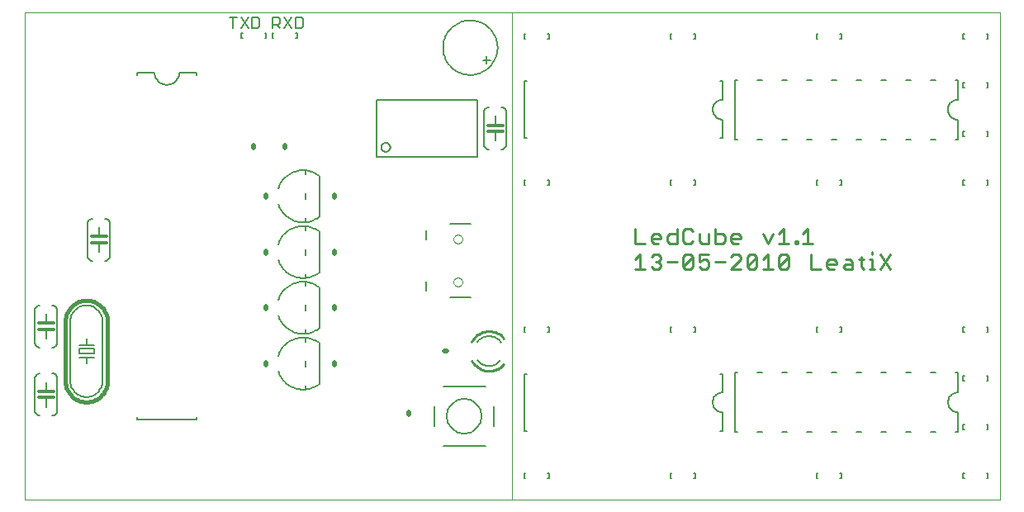
<source format=gto>
G75*
%MOIN*%
%OFA0B0*%
%FSLAX24Y24*%
%IPPOS*%
%LPD*%
%AMOC8*
5,1,8,0,0,1.08239X$1,22.5*
%
%ADD10C,0.0000*%
%ADD11C,0.0110*%
%ADD12C,0.0080*%
%ADD13C,0.0060*%
%ADD14C,0.0120*%
%ADD15C,0.0200*%
%ADD16C,0.0160*%
%ADD17C,0.0100*%
%ADD18C,0.0050*%
D10*
X000650Y000400D02*
X000650Y020085D01*
X020335Y020085D01*
X020335Y000400D01*
X040020Y000400D01*
X040020Y020085D01*
X020335Y020085D01*
X017973Y010924D02*
X017975Y010950D01*
X017981Y010976D01*
X017991Y011001D01*
X018004Y011024D01*
X018020Y011044D01*
X018040Y011062D01*
X018062Y011077D01*
X018085Y011089D01*
X018111Y011097D01*
X018137Y011101D01*
X018163Y011101D01*
X018189Y011097D01*
X018215Y011089D01*
X018239Y011077D01*
X018260Y011062D01*
X018280Y011044D01*
X018296Y011024D01*
X018309Y011001D01*
X018319Y010976D01*
X018325Y010950D01*
X018327Y010924D01*
X018325Y010898D01*
X018319Y010872D01*
X018309Y010847D01*
X018296Y010824D01*
X018280Y010804D01*
X018260Y010786D01*
X018238Y010771D01*
X018215Y010759D01*
X018189Y010751D01*
X018163Y010747D01*
X018137Y010747D01*
X018111Y010751D01*
X018085Y010759D01*
X018061Y010771D01*
X018040Y010786D01*
X018020Y010804D01*
X018004Y010824D01*
X017991Y010847D01*
X017981Y010872D01*
X017975Y010898D01*
X017973Y010924D01*
X017973Y009191D02*
X017975Y009217D01*
X017981Y009243D01*
X017991Y009268D01*
X018004Y009291D01*
X018020Y009311D01*
X018040Y009329D01*
X018062Y009344D01*
X018085Y009356D01*
X018111Y009364D01*
X018137Y009368D01*
X018163Y009368D01*
X018189Y009364D01*
X018215Y009356D01*
X018239Y009344D01*
X018260Y009329D01*
X018280Y009311D01*
X018296Y009291D01*
X018309Y009268D01*
X018319Y009243D01*
X018325Y009217D01*
X018327Y009191D01*
X018325Y009165D01*
X018319Y009139D01*
X018309Y009114D01*
X018296Y009091D01*
X018280Y009071D01*
X018260Y009053D01*
X018238Y009038D01*
X018215Y009026D01*
X018189Y009018D01*
X018163Y009014D01*
X018137Y009014D01*
X018111Y009018D01*
X018085Y009026D01*
X018061Y009038D01*
X018040Y009053D01*
X018020Y009071D01*
X018004Y009091D01*
X017991Y009114D01*
X017981Y009139D01*
X017975Y009165D01*
X017973Y009191D01*
X020335Y000400D02*
X000650Y000400D01*
D11*
X025306Y009705D02*
X025700Y009705D01*
X025503Y009705D02*
X025503Y010296D01*
X025306Y010099D01*
X025951Y010197D02*
X026049Y010296D01*
X026246Y010296D01*
X026344Y010197D01*
X026344Y010099D01*
X026246Y010000D01*
X026344Y009902D01*
X026344Y009803D01*
X026246Y009705D01*
X026049Y009705D01*
X025951Y009803D01*
X026148Y010000D02*
X026246Y010000D01*
X026595Y010000D02*
X026989Y010000D01*
X027240Y009803D02*
X027634Y010197D01*
X027634Y009803D01*
X027535Y009705D01*
X027338Y009705D01*
X027240Y009803D01*
X027240Y010197D01*
X027338Y010296D01*
X027535Y010296D01*
X027634Y010197D01*
X027884Y010296D02*
X027884Y010000D01*
X028081Y010099D01*
X028180Y010099D01*
X028278Y010000D01*
X028278Y009803D01*
X028180Y009705D01*
X027983Y009705D01*
X027884Y009803D01*
X028529Y010000D02*
X028923Y010000D01*
X029174Y010197D02*
X029272Y010296D01*
X029469Y010296D01*
X029567Y010197D01*
X029567Y010099D01*
X029174Y009705D01*
X029567Y009705D01*
X029818Y009803D02*
X030212Y010197D01*
X030212Y009803D01*
X030113Y009705D01*
X029917Y009705D01*
X029818Y009803D01*
X029818Y010197D01*
X029917Y010296D01*
X030113Y010296D01*
X030212Y010197D01*
X030463Y010099D02*
X030659Y010296D01*
X030659Y009705D01*
X030463Y009705D02*
X030856Y009705D01*
X031107Y009803D02*
X031501Y010197D01*
X031501Y009803D01*
X031402Y009705D01*
X031206Y009705D01*
X031107Y009803D01*
X031107Y010197D01*
X031206Y010296D01*
X031402Y010296D01*
X031501Y010197D01*
X032396Y010296D02*
X032396Y009705D01*
X032790Y009705D01*
X033041Y009803D02*
X033041Y010000D01*
X033139Y010099D01*
X033336Y010099D01*
X033435Y010000D01*
X033435Y009902D01*
X033041Y009902D01*
X033041Y009803D02*
X033139Y009705D01*
X033336Y009705D01*
X033685Y009803D02*
X033784Y009902D01*
X034079Y009902D01*
X034079Y010000D02*
X034079Y009705D01*
X033784Y009705D01*
X033685Y009803D01*
X033981Y010099D02*
X034079Y010000D01*
X033981Y010099D02*
X033784Y010099D01*
X034330Y010099D02*
X034527Y010099D01*
X034428Y010197D02*
X034428Y009803D01*
X034527Y009705D01*
X034760Y009705D02*
X034956Y009705D01*
X034858Y009705D02*
X034858Y010099D01*
X034760Y010099D01*
X034858Y010296D02*
X034858Y010394D01*
X035189Y010296D02*
X035583Y009705D01*
X035189Y009705D02*
X035583Y010296D01*
X032468Y010755D02*
X032074Y010755D01*
X032271Y010755D02*
X032271Y011346D01*
X032074Y011149D01*
X031850Y010853D02*
X031752Y010853D01*
X031752Y010755D01*
X031850Y010755D01*
X031850Y010853D01*
X031501Y010755D02*
X031107Y010755D01*
X031304Y010755D02*
X031304Y011346D01*
X031107Y011149D01*
X030856Y011149D02*
X030659Y010755D01*
X030463Y011149D01*
X029567Y011050D02*
X029567Y010952D01*
X029174Y010952D01*
X029174Y011050D02*
X029272Y011149D01*
X029469Y011149D01*
X029567Y011050D01*
X029469Y010755D02*
X029272Y010755D01*
X029174Y010853D01*
X029174Y011050D01*
X028923Y011050D02*
X028923Y010853D01*
X028824Y010755D01*
X028529Y010755D01*
X028529Y011346D01*
X028529Y011149D02*
X028824Y011149D01*
X028923Y011050D01*
X028278Y011149D02*
X028278Y010755D01*
X027983Y010755D01*
X027884Y010853D01*
X027884Y011149D01*
X027634Y011247D02*
X027535Y011346D01*
X027338Y011346D01*
X027240Y011247D01*
X027240Y010853D01*
X027338Y010755D01*
X027535Y010755D01*
X027634Y010853D01*
X027884Y010296D02*
X028278Y010296D01*
X026989Y010755D02*
X026694Y010755D01*
X026595Y010853D01*
X026595Y011050D01*
X026694Y011149D01*
X026989Y011149D01*
X026989Y011346D02*
X026989Y010755D01*
X026344Y010952D02*
X025951Y010952D01*
X025951Y011050D02*
X026049Y011149D01*
X026246Y011149D01*
X026344Y011050D01*
X026344Y010952D01*
X026246Y010755D02*
X026049Y010755D01*
X025951Y010853D01*
X025951Y011050D01*
X025700Y010755D02*
X025306Y010755D01*
X025306Y011346D01*
D12*
X018662Y011554D02*
X017835Y011554D01*
X016851Y011278D02*
X016851Y010924D01*
X016851Y009191D02*
X016851Y008837D01*
X017835Y008561D02*
X018662Y008561D01*
X020835Y005487D02*
X020935Y005487D01*
X020835Y005487D02*
X020835Y003187D01*
X020935Y003187D01*
X019600Y003375D02*
X019600Y004168D01*
X017700Y003775D02*
X017702Y003827D01*
X017708Y003879D01*
X017718Y003931D01*
X017731Y003981D01*
X017748Y004031D01*
X017769Y004079D01*
X017794Y004125D01*
X017822Y004169D01*
X017853Y004211D01*
X017887Y004251D01*
X017924Y004288D01*
X017964Y004322D01*
X018006Y004353D01*
X018050Y004381D01*
X018096Y004406D01*
X018144Y004427D01*
X018194Y004444D01*
X018244Y004457D01*
X018296Y004467D01*
X018348Y004473D01*
X018400Y004475D01*
X018452Y004473D01*
X018504Y004467D01*
X018556Y004457D01*
X018606Y004444D01*
X018656Y004427D01*
X018704Y004406D01*
X018750Y004381D01*
X018794Y004353D01*
X018836Y004322D01*
X018876Y004288D01*
X018913Y004251D01*
X018947Y004211D01*
X018978Y004169D01*
X019006Y004125D01*
X019031Y004079D01*
X019052Y004031D01*
X019069Y003981D01*
X019082Y003931D01*
X019092Y003879D01*
X019098Y003827D01*
X019100Y003775D01*
X019098Y003723D01*
X019092Y003671D01*
X019082Y003619D01*
X019069Y003569D01*
X019052Y003519D01*
X019031Y003471D01*
X019006Y003425D01*
X018978Y003381D01*
X018947Y003339D01*
X018913Y003299D01*
X018876Y003262D01*
X018836Y003228D01*
X018794Y003197D01*
X018750Y003169D01*
X018704Y003144D01*
X018656Y003123D01*
X018606Y003106D01*
X018556Y003093D01*
X018504Y003083D01*
X018452Y003077D01*
X018400Y003075D01*
X018348Y003077D01*
X018296Y003083D01*
X018244Y003093D01*
X018194Y003106D01*
X018144Y003123D01*
X018096Y003144D01*
X018050Y003169D01*
X018006Y003197D01*
X017964Y003228D01*
X017924Y003262D01*
X017887Y003299D01*
X017853Y003339D01*
X017822Y003381D01*
X017794Y003425D01*
X017769Y003471D01*
X017748Y003519D01*
X017731Y003569D01*
X017718Y003619D01*
X017708Y003671D01*
X017702Y003723D01*
X017700Y003775D01*
X017200Y003375D02*
X017200Y004180D01*
X017550Y004975D02*
X019250Y004975D01*
X019250Y002575D02*
X017550Y002575D01*
X007600Y003650D02*
X007600Y003750D01*
X007600Y003650D02*
X005200Y003650D01*
X005200Y003750D01*
X020835Y014998D02*
X020935Y014998D01*
X020835Y014998D02*
X020835Y017298D01*
X020935Y017298D01*
X028735Y017298D02*
X028835Y017298D01*
X028835Y016548D01*
X028796Y016546D01*
X028757Y016540D01*
X028719Y016531D01*
X028682Y016518D01*
X028646Y016501D01*
X028613Y016481D01*
X028581Y016457D01*
X028552Y016431D01*
X028526Y016402D01*
X028502Y016370D01*
X028482Y016337D01*
X028465Y016301D01*
X028452Y016264D01*
X028443Y016226D01*
X028437Y016187D01*
X028435Y016148D01*
X028437Y016109D01*
X028443Y016070D01*
X028452Y016032D01*
X028465Y015995D01*
X028482Y015959D01*
X028502Y015926D01*
X028526Y015894D01*
X028552Y015865D01*
X028581Y015839D01*
X028613Y015815D01*
X028646Y015795D01*
X028682Y015778D01*
X028719Y015765D01*
X028757Y015756D01*
X028796Y015750D01*
X028835Y015748D01*
X028835Y014998D01*
X028735Y014998D01*
X029319Y014948D02*
X029419Y014948D01*
X029319Y014948D02*
X029319Y017348D01*
X029419Y017348D01*
X030219Y017348D02*
X030419Y017348D01*
X031219Y017348D02*
X031419Y017348D01*
X032219Y017348D02*
X032419Y017348D01*
X033219Y017348D02*
X033419Y017348D01*
X034219Y017348D02*
X034419Y017348D01*
X035219Y017348D02*
X035419Y017348D01*
X036219Y017348D02*
X036419Y017348D01*
X037219Y017348D02*
X037419Y017348D01*
X038219Y017348D02*
X038319Y017348D01*
X038319Y016548D01*
X038280Y016546D01*
X038241Y016540D01*
X038203Y016531D01*
X038166Y016518D01*
X038130Y016501D01*
X038097Y016481D01*
X038065Y016457D01*
X038036Y016431D01*
X038010Y016402D01*
X037986Y016370D01*
X037966Y016337D01*
X037949Y016301D01*
X037936Y016264D01*
X037927Y016226D01*
X037921Y016187D01*
X037919Y016148D01*
X037921Y016109D01*
X037927Y016070D01*
X037936Y016032D01*
X037949Y015995D01*
X037966Y015959D01*
X037986Y015926D01*
X038010Y015894D01*
X038036Y015865D01*
X038065Y015839D01*
X038097Y015815D01*
X038130Y015795D01*
X038166Y015778D01*
X038203Y015765D01*
X038241Y015756D01*
X038280Y015750D01*
X038319Y015748D01*
X038319Y014948D01*
X038219Y014948D01*
X037419Y014948D02*
X037219Y014948D01*
X036419Y014948D02*
X036219Y014948D01*
X035419Y014948D02*
X035219Y014948D01*
X034419Y014948D02*
X034219Y014948D01*
X033419Y014948D02*
X033219Y014948D01*
X032419Y014948D02*
X032219Y014948D01*
X031419Y014948D02*
X031219Y014948D01*
X030419Y014948D02*
X030219Y014948D01*
X030235Y005537D02*
X030435Y005537D01*
X031235Y005537D02*
X031435Y005537D01*
X032235Y005537D02*
X032435Y005537D01*
X033235Y005537D02*
X033435Y005537D01*
X034235Y005537D02*
X034435Y005537D01*
X035235Y005537D02*
X035435Y005537D01*
X036235Y005537D02*
X036435Y005537D01*
X037235Y005537D02*
X037435Y005537D01*
X038235Y005537D02*
X038335Y005537D01*
X038335Y004737D01*
X038296Y004735D01*
X038257Y004729D01*
X038219Y004720D01*
X038182Y004707D01*
X038146Y004690D01*
X038113Y004670D01*
X038081Y004646D01*
X038052Y004620D01*
X038026Y004591D01*
X038002Y004559D01*
X037982Y004526D01*
X037965Y004490D01*
X037952Y004453D01*
X037943Y004415D01*
X037937Y004376D01*
X037935Y004337D01*
X037937Y004298D01*
X037943Y004259D01*
X037952Y004221D01*
X037965Y004184D01*
X037982Y004148D01*
X038002Y004115D01*
X038026Y004083D01*
X038052Y004054D01*
X038081Y004028D01*
X038113Y004004D01*
X038146Y003984D01*
X038182Y003967D01*
X038219Y003954D01*
X038257Y003945D01*
X038296Y003939D01*
X038335Y003937D01*
X038335Y003137D01*
X038235Y003137D01*
X037435Y003137D02*
X037235Y003137D01*
X036435Y003137D02*
X036235Y003137D01*
X035435Y003137D02*
X035235Y003137D01*
X034435Y003137D02*
X034235Y003137D01*
X033435Y003137D02*
X033235Y003137D01*
X032435Y003137D02*
X032235Y003137D01*
X031435Y003137D02*
X031235Y003137D01*
X030435Y003137D02*
X030235Y003137D01*
X029435Y003137D02*
X029335Y003137D01*
X029335Y005537D01*
X029435Y005537D01*
X028835Y005487D02*
X028735Y005487D01*
X028835Y005487D02*
X028835Y004737D01*
X028796Y004735D01*
X028757Y004729D01*
X028719Y004720D01*
X028682Y004707D01*
X028646Y004690D01*
X028613Y004670D01*
X028581Y004646D01*
X028552Y004620D01*
X028526Y004591D01*
X028502Y004559D01*
X028482Y004526D01*
X028465Y004490D01*
X028452Y004453D01*
X028443Y004415D01*
X028437Y004376D01*
X028435Y004337D01*
X028437Y004298D01*
X028443Y004259D01*
X028452Y004221D01*
X028465Y004184D01*
X028482Y004148D01*
X028502Y004115D01*
X028526Y004083D01*
X028552Y004054D01*
X028581Y004028D01*
X028613Y004004D01*
X028646Y003984D01*
X028682Y003967D01*
X028719Y003954D01*
X028757Y003945D01*
X028796Y003939D01*
X028835Y003937D01*
X028835Y003187D01*
X028735Y003187D01*
X007600Y017550D02*
X007600Y017650D01*
X006900Y017650D01*
X006898Y017606D01*
X006892Y017563D01*
X006883Y017521D01*
X006870Y017479D01*
X006853Y017439D01*
X006833Y017400D01*
X006810Y017363D01*
X006783Y017329D01*
X006754Y017296D01*
X006721Y017267D01*
X006687Y017240D01*
X006650Y017217D01*
X006611Y017197D01*
X006571Y017180D01*
X006529Y017167D01*
X006487Y017158D01*
X006444Y017152D01*
X006400Y017150D01*
X006356Y017152D01*
X006313Y017158D01*
X006271Y017167D01*
X006229Y017180D01*
X006189Y017197D01*
X006150Y017217D01*
X006113Y017240D01*
X006079Y017267D01*
X006046Y017296D01*
X006017Y017329D01*
X005990Y017363D01*
X005967Y017400D01*
X005947Y017439D01*
X005930Y017479D01*
X005917Y017521D01*
X005908Y017563D01*
X005902Y017606D01*
X005900Y017650D01*
X005200Y017650D01*
X005200Y017550D01*
D13*
X009400Y019050D02*
X009450Y019050D01*
X009400Y019050D02*
X009400Y019250D01*
X009450Y019250D01*
X010350Y019250D02*
X010400Y019250D01*
X010400Y019050D01*
X010350Y019050D01*
X010650Y019050D02*
X010650Y019250D01*
X010700Y019250D01*
X010700Y019050D02*
X010650Y019050D01*
X011600Y019050D02*
X011650Y019050D01*
X011650Y019250D01*
X011600Y019250D01*
X014853Y016552D02*
X014853Y014248D01*
X018947Y014248D01*
X018947Y016552D01*
X014853Y016552D01*
X015056Y014632D02*
X015058Y014658D01*
X015064Y014684D01*
X015073Y014709D01*
X015086Y014732D01*
X015102Y014753D01*
X015121Y014771D01*
X015143Y014787D01*
X015166Y014799D01*
X015191Y014807D01*
X015217Y014812D01*
X015244Y014813D01*
X015270Y014810D01*
X015295Y014803D01*
X015320Y014793D01*
X015342Y014779D01*
X015363Y014762D01*
X015380Y014743D01*
X015395Y014721D01*
X015406Y014697D01*
X015414Y014671D01*
X015418Y014645D01*
X015418Y014619D01*
X015414Y014593D01*
X015406Y014567D01*
X015395Y014543D01*
X015380Y014521D01*
X015363Y014502D01*
X015342Y014485D01*
X015320Y014471D01*
X015295Y014461D01*
X015270Y014454D01*
X015244Y014451D01*
X015217Y014452D01*
X015191Y014457D01*
X015166Y014465D01*
X015143Y014477D01*
X015121Y014493D01*
X015102Y014511D01*
X015086Y014532D01*
X015073Y014555D01*
X015064Y014580D01*
X015058Y014606D01*
X015056Y014632D01*
X019200Y014750D02*
X019200Y016050D01*
X019202Y016076D01*
X019207Y016102D01*
X019215Y016127D01*
X019227Y016150D01*
X019241Y016172D01*
X019259Y016191D01*
X019278Y016209D01*
X019300Y016223D01*
X019323Y016235D01*
X019348Y016243D01*
X019374Y016248D01*
X019400Y016250D01*
X019900Y016250D02*
X019926Y016248D01*
X019952Y016243D01*
X019977Y016235D01*
X020000Y016223D01*
X020022Y016209D01*
X020041Y016191D01*
X020059Y016172D01*
X020073Y016150D01*
X020085Y016127D01*
X020093Y016102D01*
X020098Y016076D01*
X020100Y016050D01*
X020100Y014750D01*
X020098Y014724D01*
X020093Y014698D01*
X020085Y014673D01*
X020073Y014650D01*
X020059Y014628D01*
X020041Y014609D01*
X020022Y014591D01*
X020000Y014577D01*
X019977Y014565D01*
X019952Y014557D01*
X019926Y014552D01*
X019900Y014550D01*
X019400Y014550D02*
X019374Y014552D01*
X019348Y014557D01*
X019323Y014565D01*
X019300Y014577D01*
X019278Y014591D01*
X019259Y014609D01*
X019241Y014628D01*
X019227Y014650D01*
X019215Y014673D01*
X019207Y014698D01*
X019202Y014724D01*
X019200Y014750D01*
X019650Y014900D02*
X019650Y015270D01*
X019650Y015520D02*
X019650Y015900D01*
X019300Y018000D02*
X019300Y018150D01*
X019150Y018150D01*
X019300Y018150D02*
X019300Y018300D01*
X019300Y018150D02*
X019450Y018150D01*
X017550Y018650D02*
X017552Y018716D01*
X017558Y018781D01*
X017568Y018846D01*
X017581Y018911D01*
X017599Y018974D01*
X017620Y019037D01*
X017645Y019097D01*
X017674Y019157D01*
X017706Y019214D01*
X017741Y019270D01*
X017780Y019323D01*
X017822Y019374D01*
X017866Y019422D01*
X017914Y019467D01*
X017964Y019510D01*
X018017Y019549D01*
X018072Y019586D01*
X018129Y019619D01*
X018188Y019648D01*
X018248Y019674D01*
X018310Y019696D01*
X018373Y019715D01*
X018437Y019729D01*
X018502Y019740D01*
X018568Y019747D01*
X018634Y019750D01*
X018699Y019749D01*
X018765Y019744D01*
X018830Y019735D01*
X018895Y019722D01*
X018958Y019706D01*
X019021Y019686D01*
X019082Y019661D01*
X019142Y019634D01*
X019200Y019603D01*
X019256Y019568D01*
X019310Y019530D01*
X019361Y019489D01*
X019410Y019445D01*
X019456Y019398D01*
X019500Y019349D01*
X019540Y019297D01*
X019577Y019242D01*
X019611Y019186D01*
X019641Y019127D01*
X019668Y019067D01*
X019691Y019006D01*
X019710Y018943D01*
X019726Y018879D01*
X019738Y018814D01*
X019746Y018749D01*
X019750Y018683D01*
X019750Y018617D01*
X019746Y018551D01*
X019738Y018486D01*
X019726Y018421D01*
X019710Y018357D01*
X019691Y018294D01*
X019668Y018233D01*
X019641Y018173D01*
X019611Y018114D01*
X019577Y018058D01*
X019540Y018003D01*
X019500Y017951D01*
X019456Y017902D01*
X019410Y017855D01*
X019361Y017811D01*
X019310Y017770D01*
X019256Y017732D01*
X019200Y017697D01*
X019142Y017666D01*
X019082Y017639D01*
X019021Y017614D01*
X018958Y017594D01*
X018895Y017578D01*
X018830Y017565D01*
X018765Y017556D01*
X018699Y017551D01*
X018634Y017550D01*
X018568Y017553D01*
X018502Y017560D01*
X018437Y017571D01*
X018373Y017585D01*
X018310Y017604D01*
X018248Y017626D01*
X018188Y017652D01*
X018129Y017681D01*
X018072Y017714D01*
X018017Y017751D01*
X017964Y017790D01*
X017914Y017833D01*
X017866Y017878D01*
X017822Y017926D01*
X017780Y017977D01*
X017741Y018030D01*
X017706Y018086D01*
X017674Y018143D01*
X017645Y018203D01*
X017620Y018263D01*
X017599Y018326D01*
X017581Y018389D01*
X017568Y018454D01*
X017558Y018519D01*
X017552Y018584D01*
X017550Y018650D01*
X020819Y019001D02*
X020869Y019001D01*
X020819Y019001D02*
X020819Y019201D01*
X020869Y019201D01*
X021769Y019201D02*
X021819Y019201D01*
X021819Y019001D01*
X021769Y019001D01*
X026725Y019001D02*
X026775Y019001D01*
X026725Y019001D02*
X026725Y019201D01*
X026775Y019201D01*
X027675Y019201D02*
X027725Y019201D01*
X027725Y019001D01*
X027675Y019001D01*
X032630Y019001D02*
X032680Y019001D01*
X032630Y019001D02*
X032630Y019201D01*
X032680Y019201D01*
X033580Y019201D02*
X033630Y019201D01*
X033630Y019001D01*
X033580Y019001D01*
X038536Y019001D02*
X038586Y019001D01*
X038536Y019001D02*
X038536Y019201D01*
X038586Y019201D01*
X039486Y019201D02*
X039536Y019201D01*
X039536Y019001D01*
X039486Y019001D01*
X039536Y017232D02*
X039486Y017232D01*
X039536Y017232D02*
X039536Y017032D01*
X039486Y017032D01*
X038586Y017032D02*
X038536Y017032D01*
X038536Y017232D01*
X038586Y017232D01*
X038536Y015264D02*
X038586Y015264D01*
X038536Y015264D02*
X038536Y015064D01*
X038586Y015064D01*
X039486Y015064D02*
X039536Y015064D01*
X039536Y015264D01*
X039486Y015264D01*
X039536Y013295D02*
X039486Y013295D01*
X039536Y013295D02*
X039536Y013095D01*
X039486Y013095D01*
X038586Y013095D02*
X038536Y013095D01*
X038536Y013295D01*
X038586Y013295D01*
X033630Y013295D02*
X033630Y013095D01*
X033580Y013095D01*
X033580Y013295D02*
X033630Y013295D01*
X032680Y013295D02*
X032630Y013295D01*
X032630Y013095D01*
X032680Y013095D01*
X027725Y013095D02*
X027675Y013095D01*
X027725Y013095D02*
X027725Y013295D01*
X027675Y013295D01*
X026775Y013295D02*
X026725Y013295D01*
X026725Y013095D01*
X026775Y013095D01*
X021819Y013095D02*
X021769Y013095D01*
X021819Y013095D02*
X021819Y013295D01*
X021769Y013295D01*
X020869Y013295D02*
X020819Y013295D01*
X020819Y013095D01*
X020869Y013095D01*
X020819Y007390D02*
X020869Y007390D01*
X020819Y007390D02*
X020819Y007190D01*
X020869Y007190D01*
X021769Y007190D02*
X021819Y007190D01*
X021819Y007390D01*
X021769Y007390D01*
X019400Y005804D02*
X019355Y005806D01*
X019309Y005811D01*
X019265Y005819D01*
X019221Y005831D01*
X019178Y005847D01*
X019136Y005865D01*
X019096Y005887D01*
X019058Y005911D01*
X019022Y005938D01*
X018987Y005968D01*
X018956Y006001D01*
X018926Y006036D01*
X019400Y007004D02*
X019447Y007002D01*
X019495Y006996D01*
X019541Y006987D01*
X019587Y006974D01*
X019631Y006958D01*
X019675Y006937D01*
X019716Y006914D01*
X019755Y006888D01*
X019792Y006858D01*
X019827Y006825D01*
X019859Y006790D01*
X019888Y006753D01*
X019400Y007004D02*
X019354Y007002D01*
X019308Y006997D01*
X019262Y006988D01*
X019217Y006976D01*
X019174Y006960D01*
X019132Y006941D01*
X019091Y006918D01*
X019052Y006893D01*
X019016Y006865D01*
X018981Y006834D01*
X018949Y006800D01*
X018920Y006764D01*
X019400Y005804D02*
X019445Y005806D01*
X019491Y005811D01*
X019535Y005819D01*
X019579Y005831D01*
X019622Y005847D01*
X019664Y005865D01*
X019704Y005887D01*
X019742Y005911D01*
X019778Y005938D01*
X019813Y005968D01*
X019844Y006001D01*
X019874Y006036D01*
X026725Y007190D02*
X026775Y007190D01*
X026725Y007190D02*
X026725Y007390D01*
X026775Y007390D01*
X027675Y007390D02*
X027725Y007390D01*
X027725Y007190D01*
X027675Y007190D01*
X032630Y007190D02*
X032680Y007190D01*
X032630Y007190D02*
X032630Y007390D01*
X032680Y007390D01*
X033580Y007390D02*
X033630Y007390D01*
X033630Y007190D01*
X033580Y007190D01*
X038536Y007190D02*
X038586Y007190D01*
X038536Y007190D02*
X038536Y007390D01*
X038586Y007390D01*
X039486Y007390D02*
X039536Y007390D01*
X039536Y007190D01*
X039486Y007190D01*
X039536Y005421D02*
X039486Y005421D01*
X039536Y005421D02*
X039536Y005221D01*
X039486Y005221D01*
X038586Y005221D02*
X038536Y005221D01*
X038536Y005421D01*
X038586Y005421D01*
X038536Y003453D02*
X038586Y003453D01*
X038536Y003453D02*
X038536Y003253D01*
X038586Y003253D01*
X039486Y003253D02*
X039536Y003253D01*
X039536Y003453D01*
X039486Y003453D01*
X039536Y001484D02*
X039486Y001484D01*
X039536Y001484D02*
X039536Y001284D01*
X039486Y001284D01*
X038586Y001284D02*
X038536Y001284D01*
X038536Y001484D01*
X038586Y001484D01*
X033630Y001484D02*
X033630Y001284D01*
X033580Y001284D01*
X033580Y001484D02*
X033630Y001484D01*
X032680Y001484D02*
X032630Y001484D01*
X032630Y001284D01*
X032680Y001284D01*
X027725Y001284D02*
X027675Y001284D01*
X027725Y001284D02*
X027725Y001484D01*
X027675Y001484D01*
X026775Y001484D02*
X026725Y001484D01*
X026725Y001284D01*
X026775Y001284D01*
X021819Y001284D02*
X021769Y001284D01*
X021819Y001284D02*
X021819Y001484D01*
X021769Y001484D01*
X020869Y001484D02*
X020819Y001484D01*
X020819Y001284D01*
X020869Y001284D01*
X003800Y005200D02*
X003800Y007600D01*
X003798Y007650D01*
X003792Y007699D01*
X003783Y007748D01*
X003770Y007796D01*
X003753Y007843D01*
X003733Y007888D01*
X003709Y007932D01*
X003682Y007974D01*
X003651Y008014D01*
X003618Y008051D01*
X003582Y008085D01*
X003544Y008117D01*
X003503Y008146D01*
X003461Y008171D01*
X003416Y008193D01*
X003370Y008212D01*
X003322Y008227D01*
X003274Y008238D01*
X003225Y008246D01*
X003175Y008250D01*
X003125Y008250D01*
X003075Y008246D01*
X003026Y008238D01*
X002978Y008227D01*
X002930Y008212D01*
X002884Y008193D01*
X002839Y008171D01*
X002797Y008146D01*
X002756Y008117D01*
X002718Y008085D01*
X002682Y008051D01*
X002649Y008014D01*
X002618Y007974D01*
X002591Y007932D01*
X002567Y007888D01*
X002547Y007843D01*
X002530Y007796D01*
X002517Y007748D01*
X002508Y007699D01*
X002502Y007650D01*
X002500Y007600D01*
X002500Y005200D01*
X002502Y005150D01*
X002508Y005101D01*
X002517Y005052D01*
X002530Y005004D01*
X002547Y004957D01*
X002567Y004912D01*
X002591Y004868D01*
X002618Y004826D01*
X002649Y004786D01*
X002682Y004749D01*
X002718Y004715D01*
X002756Y004683D01*
X002797Y004654D01*
X002839Y004629D01*
X002884Y004607D01*
X002930Y004588D01*
X002978Y004573D01*
X003026Y004562D01*
X003075Y004554D01*
X003125Y004550D01*
X003175Y004550D01*
X003225Y004554D01*
X003274Y004562D01*
X003322Y004573D01*
X003370Y004588D01*
X003416Y004607D01*
X003461Y004629D01*
X003503Y004654D01*
X003544Y004683D01*
X003582Y004715D01*
X003618Y004749D01*
X003651Y004786D01*
X003682Y004826D01*
X003709Y004868D01*
X003733Y004912D01*
X003753Y004957D01*
X003770Y005004D01*
X003783Y005052D01*
X003792Y005101D01*
X003798Y005150D01*
X003800Y005200D01*
X003150Y005900D02*
X003150Y006150D01*
X003450Y006150D01*
X003450Y006300D02*
X002850Y006300D01*
X002850Y006500D01*
X003450Y006500D01*
X003450Y006300D01*
X003150Y006150D02*
X002850Y006150D01*
X002850Y006650D02*
X003150Y006650D01*
X003150Y006900D01*
X003150Y006650D02*
X003450Y006650D01*
X001975Y006750D02*
X001975Y008050D01*
X001973Y008076D01*
X001968Y008102D01*
X001960Y008127D01*
X001948Y008150D01*
X001934Y008172D01*
X001916Y008191D01*
X001897Y008209D01*
X001875Y008223D01*
X001852Y008235D01*
X001827Y008243D01*
X001801Y008248D01*
X001775Y008250D01*
X001275Y008250D02*
X001249Y008248D01*
X001223Y008243D01*
X001198Y008235D01*
X001175Y008223D01*
X001153Y008209D01*
X001134Y008191D01*
X001116Y008172D01*
X001102Y008150D01*
X001090Y008127D01*
X001082Y008102D01*
X001077Y008076D01*
X001075Y008050D01*
X001075Y006750D01*
X001077Y006724D01*
X001082Y006698D01*
X001090Y006673D01*
X001102Y006650D01*
X001116Y006628D01*
X001134Y006609D01*
X001153Y006591D01*
X001175Y006577D01*
X001198Y006565D01*
X001223Y006557D01*
X001249Y006552D01*
X001275Y006550D01*
X001775Y006550D02*
X001801Y006552D01*
X001827Y006557D01*
X001852Y006565D01*
X001875Y006577D01*
X001897Y006591D01*
X001916Y006609D01*
X001934Y006628D01*
X001948Y006650D01*
X001960Y006673D01*
X001968Y006698D01*
X001973Y006724D01*
X001975Y006750D01*
X001525Y006900D02*
X001525Y007280D01*
X001525Y007530D02*
X001525Y007900D01*
X003200Y010250D02*
X003200Y011550D01*
X003202Y011576D01*
X003207Y011602D01*
X003215Y011627D01*
X003227Y011650D01*
X003241Y011672D01*
X003259Y011691D01*
X003278Y011709D01*
X003300Y011723D01*
X003323Y011735D01*
X003348Y011743D01*
X003374Y011748D01*
X003400Y011750D01*
X003900Y011750D02*
X003926Y011748D01*
X003952Y011743D01*
X003977Y011735D01*
X004000Y011723D01*
X004022Y011709D01*
X004041Y011691D01*
X004059Y011672D01*
X004073Y011650D01*
X004085Y011627D01*
X004093Y011602D01*
X004098Y011576D01*
X004100Y011550D01*
X004100Y010250D01*
X004098Y010224D01*
X004093Y010198D01*
X004085Y010173D01*
X004073Y010150D01*
X004059Y010128D01*
X004041Y010109D01*
X004022Y010091D01*
X004000Y010077D01*
X003977Y010065D01*
X003952Y010057D01*
X003926Y010052D01*
X003900Y010050D01*
X003400Y010050D02*
X003374Y010052D01*
X003348Y010057D01*
X003323Y010065D01*
X003300Y010077D01*
X003278Y010091D01*
X003259Y010109D01*
X003241Y010128D01*
X003227Y010150D01*
X003215Y010173D01*
X003207Y010198D01*
X003202Y010224D01*
X003200Y010250D01*
X003650Y010400D02*
X003650Y010780D01*
X003650Y011030D02*
X003650Y011400D01*
X001975Y005300D02*
X001975Y004000D01*
X001973Y003974D01*
X001968Y003948D01*
X001960Y003923D01*
X001948Y003900D01*
X001934Y003878D01*
X001916Y003859D01*
X001897Y003841D01*
X001875Y003827D01*
X001852Y003815D01*
X001827Y003807D01*
X001801Y003802D01*
X001775Y003800D01*
X001275Y003800D02*
X001249Y003802D01*
X001223Y003807D01*
X001198Y003815D01*
X001175Y003827D01*
X001153Y003841D01*
X001134Y003859D01*
X001116Y003878D01*
X001102Y003900D01*
X001090Y003923D01*
X001082Y003948D01*
X001077Y003974D01*
X001075Y004000D01*
X001075Y005300D01*
X001077Y005326D01*
X001082Y005352D01*
X001090Y005377D01*
X001102Y005400D01*
X001116Y005422D01*
X001134Y005441D01*
X001153Y005459D01*
X001175Y005473D01*
X001198Y005485D01*
X001223Y005493D01*
X001249Y005498D01*
X001275Y005500D01*
X001525Y005150D02*
X001525Y004780D01*
X001525Y004530D02*
X001525Y004150D01*
X001975Y005300D02*
X001973Y005326D01*
X001968Y005352D01*
X001960Y005377D01*
X001948Y005400D01*
X001934Y005422D01*
X001916Y005441D01*
X001897Y005459D01*
X001875Y005473D01*
X001852Y005485D01*
X001827Y005493D01*
X001801Y005498D01*
X001775Y005500D01*
D14*
X001825Y004780D02*
X001525Y004780D01*
X001225Y004780D01*
X001225Y004530D02*
X001525Y004530D01*
X001825Y004530D01*
X001825Y007280D02*
X001525Y007280D01*
X001225Y007280D01*
X001225Y007530D02*
X001525Y007530D01*
X001825Y007530D01*
X003350Y010780D02*
X003650Y010780D01*
X003950Y010780D01*
X003950Y011030D02*
X003650Y011030D01*
X003350Y011030D01*
X019350Y015270D02*
X019650Y015270D01*
X019950Y015270D01*
X019950Y015520D02*
X019650Y015520D01*
X019350Y015520D01*
D15*
X013150Y012700D02*
X013150Y012600D01*
X010400Y012600D02*
X010400Y012700D01*
X009900Y014600D02*
X009900Y014700D01*
X011150Y014700D02*
X011150Y014600D01*
X010400Y010450D02*
X010400Y010350D01*
X013150Y010350D02*
X013150Y010450D01*
X013150Y008200D02*
X013150Y008100D01*
X010400Y008100D02*
X010400Y008200D01*
X010400Y005950D02*
X010400Y005850D01*
X013150Y005850D02*
X013150Y005950D01*
X016150Y003950D02*
X016150Y003850D01*
X017600Y006404D02*
X017700Y006404D01*
D16*
X004000Y005200D02*
X004000Y007600D01*
X003998Y007657D01*
X003992Y007713D01*
X003983Y007769D01*
X003970Y007825D01*
X003953Y007879D01*
X003933Y007932D01*
X003909Y007983D01*
X003881Y008033D01*
X003851Y008081D01*
X003817Y008127D01*
X003780Y008170D01*
X003741Y008211D01*
X003699Y008249D01*
X003654Y008284D01*
X003607Y008316D01*
X003558Y008345D01*
X003508Y008371D01*
X003455Y008393D01*
X003402Y008412D01*
X003347Y008427D01*
X003291Y008438D01*
X003235Y008446D01*
X003178Y008450D01*
X003122Y008450D01*
X003065Y008446D01*
X003009Y008438D01*
X002953Y008427D01*
X002898Y008412D01*
X002845Y008393D01*
X002792Y008371D01*
X002742Y008345D01*
X002693Y008316D01*
X002646Y008284D01*
X002601Y008249D01*
X002559Y008211D01*
X002520Y008170D01*
X002483Y008127D01*
X002449Y008081D01*
X002419Y008033D01*
X002391Y007983D01*
X002367Y007932D01*
X002347Y007879D01*
X002330Y007825D01*
X002317Y007769D01*
X002308Y007713D01*
X002302Y007657D01*
X002300Y007600D01*
X002300Y005200D01*
X002302Y005143D01*
X002308Y005087D01*
X002317Y005031D01*
X002330Y004975D01*
X002347Y004921D01*
X002367Y004868D01*
X002391Y004817D01*
X002419Y004767D01*
X002449Y004719D01*
X002483Y004673D01*
X002520Y004630D01*
X002559Y004589D01*
X002601Y004551D01*
X002646Y004516D01*
X002693Y004484D01*
X002742Y004455D01*
X002792Y004429D01*
X002845Y004407D01*
X002898Y004388D01*
X002953Y004373D01*
X003009Y004362D01*
X003065Y004354D01*
X003122Y004350D01*
X003178Y004350D01*
X003235Y004354D01*
X003291Y004362D01*
X003347Y004373D01*
X003402Y004388D01*
X003455Y004407D01*
X003508Y004429D01*
X003558Y004455D01*
X003607Y004484D01*
X003654Y004516D01*
X003699Y004551D01*
X003741Y004589D01*
X003780Y004630D01*
X003817Y004673D01*
X003851Y004719D01*
X003881Y004767D01*
X003909Y004817D01*
X003933Y004868D01*
X003953Y004921D01*
X003970Y004975D01*
X003983Y005031D01*
X003992Y005087D01*
X003998Y005143D01*
X004000Y005200D01*
D17*
X018705Y006007D02*
X018735Y005959D01*
X018768Y005914D01*
X018804Y005871D01*
X018842Y005830D01*
X018884Y005793D01*
X018928Y005758D01*
X018974Y005727D01*
X019023Y005698D01*
X019073Y005674D01*
X019125Y005653D01*
X019179Y005635D01*
X019233Y005622D01*
X019288Y005612D01*
X019344Y005606D01*
X019400Y005604D01*
X018694Y006780D02*
X018721Y006827D01*
X018751Y006872D01*
X018784Y006915D01*
X018820Y006955D01*
X018859Y006993D01*
X018900Y007028D01*
X018943Y007061D01*
X018988Y007090D01*
X019036Y007116D01*
X019085Y007139D01*
X019135Y007159D01*
X019186Y007175D01*
X019239Y007188D01*
X019292Y007197D01*
X019346Y007202D01*
X019400Y007204D01*
X020011Y005887D02*
X019975Y005848D01*
X019936Y005810D01*
X019896Y005776D01*
X019853Y005744D01*
X019808Y005716D01*
X019761Y005690D01*
X019712Y005667D01*
X019662Y005648D01*
X019611Y005632D01*
X019559Y005620D01*
X019507Y005611D01*
X019453Y005606D01*
X019400Y005604D01*
X020015Y006916D02*
X019979Y006956D01*
X019940Y006994D01*
X019899Y007029D01*
X019856Y007061D01*
X019811Y007091D01*
X019764Y007117D01*
X019715Y007139D01*
X019664Y007159D01*
X019613Y007175D01*
X019561Y007188D01*
X019507Y007197D01*
X019454Y007202D01*
X019400Y007204D01*
D18*
X012550Y007325D02*
X012550Y008975D01*
X012000Y009037D02*
X012000Y009195D01*
X012000Y009355D02*
X012000Y009513D01*
X012550Y009575D02*
X012550Y011225D01*
X012000Y011287D02*
X012000Y011445D01*
X012000Y011605D02*
X012000Y011763D01*
X012550Y011825D02*
X012550Y013475D01*
X012000Y013537D02*
X012000Y013695D01*
X012000Y012763D02*
X012000Y012537D01*
X012550Y011825D02*
X012502Y011790D01*
X012452Y011757D01*
X012400Y011726D01*
X012346Y011699D01*
X012291Y011675D01*
X012234Y011655D01*
X012177Y011637D01*
X012119Y011623D01*
X012060Y011612D01*
X012000Y011605D01*
X010897Y012960D02*
X010917Y013020D01*
X010941Y013079D01*
X010969Y013136D01*
X011000Y013191D01*
X011035Y013245D01*
X011072Y013296D01*
X011113Y013345D01*
X011157Y013391D01*
X011203Y013435D01*
X011252Y013476D01*
X011303Y013514D01*
X011356Y013548D01*
X011412Y013580D01*
X011469Y013607D01*
X011528Y013632D01*
X011588Y013652D01*
X011649Y013670D01*
X011711Y013683D01*
X011774Y013692D01*
X011837Y013698D01*
X011901Y013700D01*
X011965Y013698D01*
X012028Y013692D01*
X012091Y013683D01*
X012153Y013669D01*
X012214Y013652D01*
X012274Y013631D01*
X012333Y013607D01*
X012390Y013579D01*
X012446Y013547D01*
X012499Y013512D01*
X012550Y013475D01*
X012000Y011605D02*
X011938Y011601D01*
X011875Y011600D01*
X011813Y011604D01*
X011751Y011611D01*
X011690Y011621D01*
X011629Y011636D01*
X011569Y011654D01*
X011510Y011675D01*
X011453Y011700D01*
X011398Y011728D01*
X011344Y011759D01*
X011292Y011794D01*
X011242Y011832D01*
X011195Y011872D01*
X011150Y011916D01*
X011107Y011961D01*
X011068Y012010D01*
X011031Y012060D01*
X010998Y012113D01*
X010967Y012167D01*
X010940Y012224D01*
X010917Y012281D01*
X010897Y012340D01*
X012000Y010513D02*
X012000Y010287D01*
X012550Y009575D02*
X012502Y009540D01*
X012452Y009507D01*
X012400Y009476D01*
X012346Y009449D01*
X012291Y009425D01*
X012234Y009405D01*
X012177Y009387D01*
X012119Y009373D01*
X012060Y009362D01*
X012000Y009355D01*
X010897Y010710D02*
X010917Y010770D01*
X010941Y010829D01*
X010969Y010886D01*
X011000Y010941D01*
X011035Y010995D01*
X011072Y011046D01*
X011113Y011095D01*
X011157Y011141D01*
X011203Y011185D01*
X011252Y011226D01*
X011303Y011264D01*
X011356Y011298D01*
X011412Y011330D01*
X011469Y011357D01*
X011528Y011382D01*
X011588Y011402D01*
X011649Y011420D01*
X011711Y011433D01*
X011774Y011442D01*
X011837Y011448D01*
X011901Y011450D01*
X011965Y011448D01*
X012028Y011442D01*
X012091Y011433D01*
X012153Y011419D01*
X012214Y011402D01*
X012274Y011381D01*
X012333Y011357D01*
X012390Y011329D01*
X012446Y011297D01*
X012499Y011262D01*
X012550Y011225D01*
X012000Y009355D02*
X011938Y009351D01*
X011875Y009350D01*
X011813Y009354D01*
X011751Y009361D01*
X011690Y009371D01*
X011629Y009386D01*
X011569Y009404D01*
X011510Y009425D01*
X011453Y009450D01*
X011398Y009478D01*
X011344Y009509D01*
X011292Y009544D01*
X011242Y009582D01*
X011195Y009622D01*
X011150Y009666D01*
X011107Y009711D01*
X011068Y009760D01*
X011031Y009810D01*
X010998Y009863D01*
X010967Y009917D01*
X010940Y009974D01*
X010917Y010031D01*
X010897Y010090D01*
X012000Y008263D02*
X012000Y008037D01*
X012550Y007325D02*
X012502Y007290D01*
X012452Y007257D01*
X012400Y007226D01*
X012346Y007199D01*
X012291Y007175D01*
X012234Y007155D01*
X012177Y007137D01*
X012119Y007123D01*
X012060Y007112D01*
X012000Y007105D01*
X012000Y007263D01*
X012000Y006945D02*
X012000Y006787D01*
X012550Y006725D02*
X012550Y005075D01*
X012000Y005013D02*
X012000Y004855D01*
X012000Y005787D02*
X012000Y006013D01*
X012550Y005075D02*
X012502Y005040D01*
X012452Y005007D01*
X012400Y004976D01*
X012346Y004949D01*
X012291Y004925D01*
X012234Y004905D01*
X012177Y004887D01*
X012119Y004873D01*
X012060Y004862D01*
X012000Y004855D01*
X010897Y006210D02*
X010917Y006270D01*
X010941Y006329D01*
X010969Y006386D01*
X011000Y006441D01*
X011035Y006495D01*
X011072Y006546D01*
X011113Y006595D01*
X011157Y006641D01*
X011203Y006685D01*
X011252Y006726D01*
X011303Y006764D01*
X011356Y006798D01*
X011412Y006830D01*
X011469Y006857D01*
X011528Y006882D01*
X011588Y006902D01*
X011649Y006920D01*
X011711Y006933D01*
X011774Y006942D01*
X011837Y006948D01*
X011901Y006950D01*
X011965Y006948D01*
X012028Y006942D01*
X012091Y006933D01*
X012153Y006919D01*
X012214Y006902D01*
X012274Y006881D01*
X012333Y006857D01*
X012390Y006829D01*
X012446Y006797D01*
X012499Y006762D01*
X012550Y006725D01*
X012000Y004855D02*
X011938Y004851D01*
X011875Y004850D01*
X011813Y004854D01*
X011751Y004861D01*
X011690Y004871D01*
X011629Y004886D01*
X011569Y004904D01*
X011510Y004925D01*
X011453Y004950D01*
X011398Y004978D01*
X011344Y005009D01*
X011292Y005044D01*
X011242Y005082D01*
X011195Y005122D01*
X011150Y005166D01*
X011107Y005211D01*
X011068Y005260D01*
X011031Y005310D01*
X010998Y005363D01*
X010967Y005417D01*
X010940Y005474D01*
X010917Y005531D01*
X010897Y005590D01*
X012000Y007105D02*
X011938Y007101D01*
X011875Y007100D01*
X011813Y007104D01*
X011751Y007111D01*
X011690Y007121D01*
X011629Y007136D01*
X011569Y007154D01*
X011510Y007175D01*
X011453Y007200D01*
X011398Y007228D01*
X011344Y007259D01*
X011292Y007294D01*
X011242Y007332D01*
X011195Y007372D01*
X011150Y007416D01*
X011107Y007461D01*
X011068Y007510D01*
X011031Y007560D01*
X010998Y007613D01*
X010967Y007667D01*
X010940Y007724D01*
X010917Y007781D01*
X010897Y007840D01*
X010897Y008460D02*
X010917Y008520D01*
X010941Y008579D01*
X010969Y008636D01*
X011000Y008691D01*
X011035Y008745D01*
X011072Y008796D01*
X011113Y008845D01*
X011157Y008891D01*
X011203Y008935D01*
X011252Y008976D01*
X011303Y009014D01*
X011356Y009048D01*
X011412Y009080D01*
X011469Y009107D01*
X011528Y009132D01*
X011588Y009152D01*
X011649Y009170D01*
X011711Y009183D01*
X011774Y009192D01*
X011837Y009198D01*
X011901Y009200D01*
X011965Y009198D01*
X012028Y009192D01*
X012091Y009183D01*
X012153Y009169D01*
X012214Y009152D01*
X012274Y009131D01*
X012333Y009107D01*
X012390Y009079D01*
X012446Y009047D01*
X012499Y009012D01*
X012550Y008975D01*
X011821Y019425D02*
X011596Y019425D01*
X011596Y019875D01*
X011821Y019875D01*
X011896Y019800D01*
X011896Y019500D01*
X011821Y019425D01*
X011436Y019425D02*
X011135Y019875D01*
X010975Y019800D02*
X010975Y019650D01*
X010900Y019575D01*
X010675Y019575D01*
X010675Y019425D02*
X010675Y019875D01*
X010900Y019875D01*
X010975Y019800D01*
X010825Y019575D02*
X010975Y019425D01*
X011135Y019425D02*
X011436Y019875D01*
X010146Y019800D02*
X010146Y019500D01*
X010071Y019425D01*
X009846Y019425D01*
X009846Y019875D01*
X010071Y019875D01*
X010146Y019800D01*
X009686Y019875D02*
X009385Y019425D01*
X009686Y019425D02*
X009385Y019875D01*
X009225Y019875D02*
X008925Y019875D01*
X009075Y019875D02*
X009075Y019425D01*
M02*

</source>
